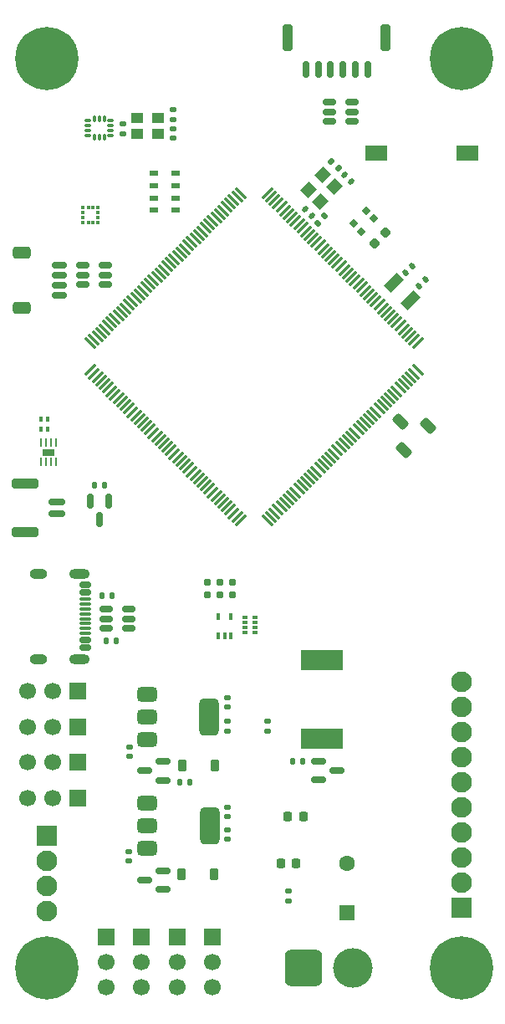
<source format=gbr>
%TF.GenerationSoftware,KiCad,Pcbnew,9.0.1*%
%TF.CreationDate,2025-05-10T22:35:42-04:00*%
%TF.ProjectId,CRVFCU,43525646-4355-42e6-9b69-6361645f7063,rev?*%
%TF.SameCoordinates,Original*%
%TF.FileFunction,Soldermask,Top*%
%TF.FilePolarity,Negative*%
%FSLAX46Y46*%
G04 Gerber Fmt 4.6, Leading zero omitted, Abs format (unit mm)*
G04 Created by KiCad (PCBNEW 9.0.1) date 2025-05-10 22:35:42*
%MOMM*%
%LPD*%
G01*
G04 APERTURE LIST*
G04 Aperture macros list*
%AMRoundRect*
0 Rectangle with rounded corners*
0 $1 Rounding radius*
0 $2 $3 $4 $5 $6 $7 $8 $9 X,Y pos of 4 corners*
0 Add a 4 corners polygon primitive as box body*
4,1,4,$2,$3,$4,$5,$6,$7,$8,$9,$2,$3,0*
0 Add four circle primitives for the rounded corners*
1,1,$1+$1,$2,$3*
1,1,$1+$1,$4,$5*
1,1,$1+$1,$6,$7*
1,1,$1+$1,$8,$9*
0 Add four rect primitives between the rounded corners*
20,1,$1+$1,$2,$3,$4,$5,0*
20,1,$1+$1,$4,$5,$6,$7,0*
20,1,$1+$1,$6,$7,$8,$9,0*
20,1,$1+$1,$8,$9,$2,$3,0*%
%AMRotRect*
0 Rectangle, with rotation*
0 The origin of the aperture is its center*
0 $1 length*
0 $2 width*
0 $3 Rotation angle, in degrees counterclockwise*
0 Add horizontal line*
21,1,$1,$2,0,0,$3*%
G04 Aperture macros list end*
%ADD10R,4.200000X2.000000*%
%ADD11RoundRect,0.218750X-0.218750X-0.256250X0.218750X-0.256250X0.218750X0.256250X-0.218750X0.256250X0*%
%ADD12R,1.600000X1.600000*%
%ADD13C,1.600000*%
%ADD14RoundRect,0.760000X-1.140000X-1.140000X1.140000X-1.140000X1.140000X1.140000X-1.140000X1.140000X0*%
%ADD15C,4.000000*%
%ADD16RoundRect,0.140000X0.170000X-0.140000X0.170000X0.140000X-0.170000X0.140000X-0.170000X-0.140000X0*%
%ADD17RoundRect,0.250001X0.799999X-0.799999X0.799999X0.799999X-0.799999X0.799999X-0.799999X-0.799999X0*%
%ADD18C,2.100000*%
%ADD19RoundRect,0.150000X0.587500X0.150000X-0.587500X0.150000X-0.587500X-0.150000X0.587500X-0.150000X0*%
%ADD20RoundRect,0.100000X0.100000X-0.225000X0.100000X0.225000X-0.100000X0.225000X-0.100000X-0.225000X0*%
%ADD21C,0.787400*%
%ADD22R,0.500000X0.400000*%
%ADD23R,0.500000X0.300000*%
%ADD24C,6.400000*%
%ADD25RotRect,1.000000X1.800000X315.000000*%
%ADD26RoundRect,0.150000X-0.512500X-0.150000X0.512500X-0.150000X0.512500X0.150000X-0.512500X0.150000X0*%
%ADD27RotRect,1.300000X1.100000X225.000000*%
%ADD28RoundRect,0.140000X-0.219203X-0.021213X-0.021213X-0.219203X0.219203X0.021213X0.021213X0.219203X0*%
%ADD29RoundRect,0.140000X0.021213X-0.219203X0.219203X-0.021213X-0.021213X0.219203X-0.219203X0.021213X0*%
%ADD30RoundRect,0.150000X-0.425000X0.150000X-0.425000X-0.150000X0.425000X-0.150000X0.425000X0.150000X0*%
%ADD31RoundRect,0.075000X-0.500000X0.075000X-0.500000X-0.075000X0.500000X-0.075000X0.500000X0.075000X0*%
%ADD32O,2.100000X1.000000*%
%ADD33O,1.800000X1.000000*%
%ADD34RoundRect,0.135000X-0.226274X-0.035355X-0.035355X-0.226274X0.226274X0.035355X0.035355X0.226274X0*%
%ADD35RoundRect,0.135000X0.035355X-0.226274X0.226274X-0.035355X-0.035355X0.226274X-0.226274X0.035355X0*%
%ADD36RoundRect,0.135000X0.135000X0.185000X-0.135000X0.185000X-0.135000X-0.185000X0.135000X-0.185000X0*%
%ADD37RoundRect,0.075000X0.424264X0.530330X-0.530330X-0.424264X-0.424264X-0.530330X0.530330X0.424264X0*%
%ADD38RoundRect,0.075000X-0.424264X0.530330X-0.530330X0.424264X0.424264X-0.530330X0.530330X-0.424264X0*%
%ADD39R,2.180000X1.600000*%
%ADD40RoundRect,0.250000X0.212132X-0.565685X0.565685X-0.212132X-0.212132X0.565685X-0.565685X0.212132X0*%
%ADD41RoundRect,0.375000X-0.625000X-0.375000X0.625000X-0.375000X0.625000X0.375000X-0.625000X0.375000X0*%
%ADD42RoundRect,0.500000X-0.500000X-1.400000X0.500000X-1.400000X0.500000X1.400000X-0.500000X1.400000X0*%
%ADD43RoundRect,0.140000X-0.170000X0.140000X-0.170000X-0.140000X0.170000X-0.140000X0.170000X0.140000X0*%
%ADD44RoundRect,0.225000X-0.225000X-0.375000X0.225000X-0.375000X0.225000X0.375000X-0.225000X0.375000X0*%
%ADD45RoundRect,0.135000X-0.135000X-0.185000X0.135000X-0.185000X0.135000X0.185000X-0.135000X0.185000X0*%
%ADD46RotRect,0.700000X0.700000X45.000000*%
%ADD47RoundRect,0.250001X-0.799999X0.799999X-0.799999X-0.799999X0.799999X-0.799999X0.799999X0.799999X0*%
%ADD48R,1.700000X1.700000*%
%ADD49C,1.700000*%
%ADD50R,1.300000X1.100000*%
%ADD51RoundRect,0.150000X-0.700000X0.150000X-0.700000X-0.150000X0.700000X-0.150000X0.700000X0.150000X0*%
%ADD52RoundRect,0.250000X-1.100000X0.250000X-1.100000X-0.250000X1.100000X-0.250000X1.100000X0.250000X0*%
%ADD53RoundRect,0.062500X0.062500X-0.325000X0.062500X0.325000X-0.062500X0.325000X-0.062500X-0.325000X0*%
%ADD54R,1.200000X0.800000*%
%ADD55RoundRect,0.087500X-0.225000X-0.087500X0.225000X-0.087500X0.225000X0.087500X-0.225000X0.087500X0*%
%ADD56RoundRect,0.087500X-0.087500X-0.225000X0.087500X-0.225000X0.087500X0.225000X-0.087500X0.225000X0*%
%ADD57R,0.375000X0.350000*%
%ADD58R,0.350000X0.375000*%
%ADD59R,0.950000X0.550000*%
%ADD60RoundRect,0.150000X-0.625000X0.150000X-0.625000X-0.150000X0.625000X-0.150000X0.625000X0.150000X0*%
%ADD61RoundRect,0.250000X-0.650000X0.350000X-0.650000X-0.350000X0.650000X-0.350000X0.650000X0.350000X0*%
%ADD62RoundRect,0.150000X0.150000X0.700000X-0.150000X0.700000X-0.150000X-0.700000X0.150000X-0.700000X0*%
%ADD63RoundRect,0.250000X0.250000X1.100000X-0.250000X1.100000X-0.250000X-1.100000X0.250000X-1.100000X0*%
%ADD64RoundRect,0.135000X-0.185000X0.135000X-0.185000X-0.135000X0.185000X-0.135000X0.185000X0.135000X0*%
%ADD65RoundRect,0.135000X0.185000X-0.135000X0.185000X0.135000X-0.185000X0.135000X-0.185000X-0.135000X0*%
%ADD66R,0.400000X0.500000*%
%ADD67RoundRect,0.150000X-0.150000X0.587500X-0.150000X-0.587500X0.150000X-0.587500X0.150000X0.587500X0*%
%ADD68RoundRect,0.150000X-0.587500X-0.150000X0.587500X-0.150000X0.587500X0.150000X-0.587500X0.150000X0*%
%ADD69RoundRect,0.218750X-0.026517X0.335876X-0.335876X0.026517X0.026517X-0.335876X0.335876X-0.026517X0*%
G04 APERTURE END LIST*
D10*
%TO.C,BZ1*%
X71900000Y-84800000D03*
X71900000Y-92800000D03*
%TD*%
D11*
%TO.C,5V_PWR1*%
X68402500Y-100710000D03*
X69977500Y-100710000D03*
%TD*%
%TO.C,3V3_PWR1*%
X67715000Y-105400000D03*
X69290000Y-105400000D03*
%TD*%
D12*
%TO.C,C1*%
X74400000Y-110402651D03*
D13*
X74400000Y-105402651D03*
%TD*%
D14*
%TO.C,BATT1*%
X70000000Y-116000000D03*
D15*
X75000000Y-116000000D03*
%TD*%
D16*
%TO.C,C2*%
X68500000Y-109180000D03*
X68500000Y-108220000D03*
%TD*%
D17*
%TO.C,PYRO_TERM1*%
X86000000Y-109860000D03*
D18*
X86000000Y-107320000D03*
X86000000Y-104780000D03*
X86000000Y-102240000D03*
X86000000Y-99700000D03*
X86000000Y-97160000D03*
X86000000Y-94620000D03*
X86000000Y-92080000D03*
X86000000Y-89540000D03*
X86000000Y-87000000D03*
%TD*%
D19*
%TO.C,Q3*%
X55800002Y-97000000D03*
X55800002Y-95100000D03*
X53925002Y-96050000D03*
%TD*%
D20*
%TO.C,U12*%
X61370000Y-82350000D03*
X62020000Y-82350000D03*
X62670000Y-82350000D03*
X62670000Y-80450000D03*
X61370000Y-80450000D03*
%TD*%
D21*
%TO.C,J1*%
X62820000Y-77000000D03*
X62820000Y-78270000D03*
X61550000Y-77000000D03*
X61550000Y-78270000D03*
X60280000Y-77000000D03*
X60280000Y-78270000D03*
%TD*%
D22*
%TO.C,R1*%
X65070000Y-82050000D03*
D23*
X65070000Y-81550000D03*
X65070000Y-81050000D03*
D22*
X65070000Y-80550000D03*
X64070000Y-80550000D03*
D23*
X64070000Y-81050000D03*
X64070000Y-81550000D03*
D22*
X64070000Y-82050000D03*
%TD*%
D24*
%TO.C,H2*%
X86000000Y-24000000D03*
%TD*%
%TO.C,H3*%
X44000000Y-24000000D03*
%TD*%
D25*
%TO.C,Y1*%
X80894811Y-48419654D03*
X79127045Y-46651888D03*
%TD*%
D26*
%TO.C,U14*%
X50050001Y-79700000D03*
X50050001Y-80650000D03*
X50050001Y-81600000D03*
X52325001Y-81600000D03*
X52325001Y-80650000D03*
X52325001Y-79700000D03*
%TD*%
D27*
%TO.C,Y4*%
X72000000Y-35750000D03*
X70515076Y-37234924D03*
X71681802Y-38401650D03*
X73166726Y-36916726D03*
%TD*%
D28*
%TO.C,C41*%
X70210801Y-39210487D03*
X70889623Y-39889309D03*
%TD*%
D29*
%TO.C,C37*%
X80339105Y-45621593D03*
X81017927Y-44942771D03*
%TD*%
%TO.C,C38*%
X81732106Y-47014592D03*
X82410928Y-46335770D03*
%TD*%
D28*
%TO.C,C50*%
X74174140Y-35709064D03*
X74852962Y-36387886D03*
%TD*%
D30*
%TO.C,J3*%
X47930000Y-77200000D03*
X47930000Y-78000000D03*
D31*
X47930000Y-79150000D03*
X47930000Y-80150000D03*
X47930000Y-80650000D03*
X47930000Y-81650000D03*
D30*
X47930000Y-82800000D03*
X47930000Y-83600000D03*
X47930000Y-83600000D03*
X47930000Y-82800000D03*
D31*
X47930000Y-82150000D03*
X47930000Y-81150000D03*
X47930000Y-79650000D03*
X47930000Y-78650000D03*
D30*
X47930000Y-78000000D03*
X47930000Y-77200000D03*
D32*
X47355000Y-76080000D03*
D33*
X43175000Y-76080000D03*
D32*
X47355000Y-84720000D03*
D33*
X43175000Y-84720000D03*
%TD*%
D34*
%TO.C,R9*%
X72813551Y-34348475D03*
X73534799Y-35069723D03*
%TD*%
D35*
%TO.C,R8*%
X71439376Y-40610624D03*
X72160624Y-39889376D03*
%TD*%
D36*
%TO.C,R17*%
X51060000Y-82900000D03*
X50040000Y-82900000D03*
%TD*%
%TO.C,R13*%
X50610000Y-78300000D03*
X49590000Y-78300000D03*
%TD*%
D37*
%TO.C,U2*%
X81574903Y-52774590D03*
X81221350Y-52421037D03*
X80867797Y-52067484D03*
X80514243Y-51713930D03*
X80160690Y-51360377D03*
X79807136Y-51006823D03*
X79453583Y-50653270D03*
X79100030Y-50299717D03*
X78746476Y-49946163D03*
X78392923Y-49592610D03*
X78039369Y-49239057D03*
X77685816Y-48885503D03*
X77332263Y-48531950D03*
X76978709Y-48178396D03*
X76625156Y-47824843D03*
X76271602Y-47471290D03*
X75918049Y-47117736D03*
X75564496Y-46764183D03*
X75210942Y-46410629D03*
X74857389Y-46057076D03*
X74503836Y-45703523D03*
X74150282Y-45349969D03*
X73796729Y-44996416D03*
X73443175Y-44642862D03*
X73089622Y-44289309D03*
X72736069Y-43935756D03*
X72382515Y-43582202D03*
X72028962Y-43228649D03*
X71675408Y-42875096D03*
X71321855Y-42521542D03*
X70968302Y-42167989D03*
X70614748Y-41814435D03*
X70261195Y-41460882D03*
X69907641Y-41107329D03*
X69554088Y-40753775D03*
X69200535Y-40400222D03*
X68846981Y-40046668D03*
X68493428Y-39693115D03*
X68139875Y-39339562D03*
X67786321Y-38986008D03*
X67432768Y-38632455D03*
X67079214Y-38278901D03*
X66725661Y-37925348D03*
X66372108Y-37571795D03*
D38*
X63649746Y-37571795D03*
X63296193Y-37925348D03*
X62942640Y-38278901D03*
X62589086Y-38632455D03*
X62235533Y-38986008D03*
X61881979Y-39339562D03*
X61528426Y-39693115D03*
X61174873Y-40046668D03*
X60821319Y-40400222D03*
X60467766Y-40753775D03*
X60114213Y-41107329D03*
X59760659Y-41460882D03*
X59407106Y-41814435D03*
X59053552Y-42167989D03*
X58699999Y-42521542D03*
X58346446Y-42875096D03*
X57992892Y-43228649D03*
X57639339Y-43582202D03*
X57285785Y-43935756D03*
X56932232Y-44289309D03*
X56578679Y-44642862D03*
X56225125Y-44996416D03*
X55871572Y-45349969D03*
X55518018Y-45703523D03*
X55164465Y-46057076D03*
X54810912Y-46410629D03*
X54457358Y-46764183D03*
X54103805Y-47117736D03*
X53750252Y-47471290D03*
X53396698Y-47824843D03*
X53043145Y-48178396D03*
X52689591Y-48531950D03*
X52336038Y-48885503D03*
X51982485Y-49239057D03*
X51628931Y-49592610D03*
X51275378Y-49946163D03*
X50921824Y-50299717D03*
X50568271Y-50653270D03*
X50214718Y-51006823D03*
X49861164Y-51360377D03*
X49507611Y-51713930D03*
X49154057Y-52067484D03*
X48800504Y-52421037D03*
X48446951Y-52774590D03*
D37*
X48446951Y-55496952D03*
X48800504Y-55850505D03*
X49154057Y-56204058D03*
X49507611Y-56557612D03*
X49861164Y-56911165D03*
X50214718Y-57264719D03*
X50568271Y-57618272D03*
X50921824Y-57971825D03*
X51275378Y-58325379D03*
X51628931Y-58678932D03*
X51982485Y-59032485D03*
X52336038Y-59386039D03*
X52689591Y-59739592D03*
X53043145Y-60093146D03*
X53396698Y-60446699D03*
X53750252Y-60800252D03*
X54103805Y-61153806D03*
X54457358Y-61507359D03*
X54810912Y-61860913D03*
X55164465Y-62214466D03*
X55518018Y-62568019D03*
X55871572Y-62921573D03*
X56225125Y-63275126D03*
X56578679Y-63628680D03*
X56932232Y-63982233D03*
X57285785Y-64335786D03*
X57639339Y-64689340D03*
X57992892Y-65042893D03*
X58346446Y-65396446D03*
X58699999Y-65750000D03*
X59053552Y-66103553D03*
X59407106Y-66457107D03*
X59760659Y-66810660D03*
X60114213Y-67164213D03*
X60467766Y-67517767D03*
X60821319Y-67871320D03*
X61174873Y-68224874D03*
X61528426Y-68578427D03*
X61881979Y-68931980D03*
X62235533Y-69285534D03*
X62589086Y-69639087D03*
X62942640Y-69992641D03*
X63296193Y-70346194D03*
X63649746Y-70699747D03*
D38*
X66372108Y-70699747D03*
X66725661Y-70346194D03*
X67079214Y-69992641D03*
X67432768Y-69639087D03*
X67786321Y-69285534D03*
X68139875Y-68931980D03*
X68493428Y-68578427D03*
X68846981Y-68224874D03*
X69200535Y-67871320D03*
X69554088Y-67517767D03*
X69907641Y-67164213D03*
X70261195Y-66810660D03*
X70614748Y-66457107D03*
X70968302Y-66103553D03*
X71321855Y-65750000D03*
X71675408Y-65396446D03*
X72028962Y-65042893D03*
X72382515Y-64689340D03*
X72736069Y-64335786D03*
X73089622Y-63982233D03*
X73443175Y-63628680D03*
X73796729Y-63275126D03*
X74150282Y-62921573D03*
X74503836Y-62568019D03*
X74857389Y-62214466D03*
X75210942Y-61860913D03*
X75564496Y-61507359D03*
X75918049Y-61153806D03*
X76271602Y-60800252D03*
X76625156Y-60446699D03*
X76978709Y-60093146D03*
X77332263Y-59739592D03*
X77685816Y-59386039D03*
X78039369Y-59032485D03*
X78392923Y-58678932D03*
X78746476Y-58325379D03*
X79100030Y-57971825D03*
X79453583Y-57618272D03*
X79807136Y-57264719D03*
X80160690Y-56911165D03*
X80514243Y-56557612D03*
X80867797Y-56204058D03*
X81221350Y-55850505D03*
X81574903Y-55496952D03*
%TD*%
D39*
%TO.C,SW1*%
X86590000Y-33500000D03*
X77410000Y-33500000D03*
%TD*%
D40*
%TO.C,SW2*%
X80188909Y-63613783D03*
X79800000Y-60750000D03*
X82663783Y-61138909D03*
%TD*%
D41*
%TO.C,U7*%
X54200001Y-99300000D03*
X54200001Y-101600000D03*
D42*
X60500001Y-101600000D03*
D41*
X54200001Y-103900000D03*
%TD*%
D43*
%TO.C,C4*%
X52400002Y-93640000D03*
X52400002Y-94600000D03*
%TD*%
D16*
%TO.C,C5*%
X62300002Y-89580000D03*
X62300002Y-88620000D03*
%TD*%
D43*
%TO.C,C9*%
X62300000Y-102020000D03*
X62300000Y-102980000D03*
%TD*%
D16*
%TO.C,C8*%
X62300000Y-100680000D03*
X62300000Y-99720000D03*
%TD*%
D43*
%TO.C,C6*%
X62300002Y-91040000D03*
X62300002Y-92000000D03*
%TD*%
%TO.C,C7*%
X52300000Y-104220000D03*
X52300000Y-105180000D03*
%TD*%
D44*
%TO.C,D1*%
X57750002Y-95500000D03*
X61050002Y-95500000D03*
%TD*%
%TO.C,D2*%
X57650000Y-106500000D03*
X60950000Y-106500000D03*
%TD*%
D45*
%TO.C,R2*%
X57500001Y-97200000D03*
X58520001Y-97200000D03*
%TD*%
D41*
%TO.C,U6*%
X54150002Y-88300000D03*
X54150002Y-90600000D03*
D42*
X60450002Y-90600000D03*
D41*
X54150002Y-92900000D03*
%TD*%
D46*
%TO.C,NEOPIX1*%
X75091422Y-40670711D03*
X75869239Y-41448528D03*
X77163244Y-40154523D03*
X76385427Y-39376706D03*
%TD*%
D47*
%TO.C,ARM1*%
X44000000Y-102580000D03*
D18*
X44000000Y-105120000D03*
X44000000Y-107660000D03*
X44000000Y-110200000D03*
%TD*%
D24*
%TO.C,H4*%
X86000000Y-116000000D03*
%TD*%
%TO.C,H1*%
X44000000Y-116000000D03*
%TD*%
D48*
%TO.C,PWM0*%
X47140000Y-88000001D03*
D49*
X44600000Y-88000001D03*
X42060000Y-88000001D03*
%TD*%
D48*
%TO.C,PWM3*%
X47140000Y-98800000D03*
D49*
X44600000Y-98800000D03*
X42060000Y-98800000D03*
%TD*%
D48*
%TO.C,PWM2*%
X47140000Y-95200000D03*
D49*
X44600000Y-95200000D03*
X42060000Y-95200000D03*
%TD*%
D48*
%TO.C,PWM1*%
X47140000Y-91600000D03*
D49*
X44600000Y-91600000D03*
X42060000Y-91600000D03*
%TD*%
D50*
%TO.C,Y3*%
X55300000Y-29940001D03*
X53200000Y-29940001D03*
X53200000Y-31590001D03*
X55300000Y-31590001D03*
%TD*%
D51*
%TO.C,VIDEO1*%
X45050000Y-68800000D03*
X45050000Y-70050000D03*
D52*
X41850000Y-66950000D03*
X41850000Y-71900000D03*
%TD*%
D53*
%TO.C,U15*%
X43450000Y-64787501D03*
X43950000Y-64787501D03*
X44450000Y-64787501D03*
X44950000Y-64787501D03*
X44950000Y-62812501D03*
X44450000Y-62812501D03*
X43950000Y-62812501D03*
X43450000Y-62812501D03*
D54*
X44200000Y-63800001D03*
%TD*%
D26*
%TO.C,U9*%
X72637499Y-28399999D03*
X72637499Y-29349999D03*
X72637499Y-30299999D03*
X74912499Y-30299999D03*
X74912499Y-29349999D03*
X74912499Y-28399999D03*
%TD*%
D55*
%TO.C,U4*%
X48175000Y-30250000D03*
X48175000Y-30750000D03*
X48175000Y-31250000D03*
X48175000Y-31750000D03*
D56*
X48837500Y-31912500D03*
X49337500Y-31912500D03*
X49837500Y-31912500D03*
D55*
X50500000Y-31750000D03*
X50500000Y-31250000D03*
X50500000Y-30750000D03*
X50500000Y-30250000D03*
D56*
X49837500Y-30087500D03*
X49337500Y-30087500D03*
X48837500Y-30087500D03*
%TD*%
D57*
%TO.C,U3*%
X47705000Y-39050000D03*
X47705000Y-39550000D03*
X47705000Y-40050000D03*
X47705000Y-40550000D03*
D58*
X48217500Y-40562500D03*
X48717500Y-40562500D03*
D57*
X49230000Y-40550000D03*
X49230000Y-40050000D03*
X49230000Y-39550000D03*
X49230000Y-39050000D03*
D58*
X48717500Y-39037500D03*
X48217500Y-39037500D03*
%TD*%
D59*
%TO.C,U1*%
X54875000Y-35575000D03*
X54875000Y-36825000D03*
X54875000Y-38075000D03*
X54875000Y-39325000D03*
X57025000Y-39325000D03*
X57025000Y-38075000D03*
X57025000Y-36825000D03*
X57025000Y-35575000D03*
%TD*%
D60*
%TO.C,STEMMA_QT1*%
X45324998Y-44900000D03*
X45324998Y-45900000D03*
X45324998Y-46900000D03*
X45324998Y-47900000D03*
D61*
X41449998Y-43600000D03*
X41449998Y-49200000D03*
%TD*%
D62*
%TO.C,RADIO_5VPWR_3V3IO1*%
X76499999Y-25050000D03*
X75249999Y-25050000D03*
X73999999Y-25050000D03*
X72749999Y-25050000D03*
X71499999Y-25050000D03*
X70249999Y-25050000D03*
D63*
X78349999Y-21850000D03*
X68399999Y-21850000D03*
%TD*%
D36*
%TO.C,R45*%
X49869999Y-67150000D03*
X48849999Y-67150000D03*
%TD*%
D45*
%TO.C,R41*%
X68940000Y-95050000D03*
X69960000Y-95050000D03*
%TD*%
D64*
%TO.C,R40*%
X66400000Y-91040000D03*
X66400000Y-92060000D03*
%TD*%
D65*
%TO.C,R18*%
X51700000Y-31550001D03*
X51700000Y-30530001D03*
%TD*%
D66*
%TO.C,R15*%
X44100000Y-60480833D03*
X43400000Y-60480833D03*
X43400000Y-61480833D03*
X44100000Y-61480833D03*
%TD*%
D64*
%TO.C,R7*%
X56800000Y-29130001D03*
X56800000Y-30150001D03*
%TD*%
D19*
%TO.C,Q6*%
X55800000Y-108050000D03*
X55800000Y-106150000D03*
X53925000Y-107100000D03*
%TD*%
D67*
%TO.C,Q5*%
X50300000Y-68775000D03*
X48400000Y-68775000D03*
X49350000Y-70650000D03*
%TD*%
D68*
%TO.C,Q4*%
X71550000Y-95050000D03*
X71550000Y-96950000D03*
X73425000Y-96000000D03*
%TD*%
D48*
%TO.C,PWM7*%
X60799999Y-112900000D03*
D49*
X60799999Y-115440000D03*
X60799999Y-117980000D03*
%TD*%
D48*
%TO.C,PWM6*%
X57200000Y-112900000D03*
D49*
X57200000Y-115440000D03*
X57200000Y-117980000D03*
%TD*%
D48*
%TO.C,PWM5*%
X53600001Y-112900000D03*
D49*
X53600001Y-115440000D03*
X53600001Y-117980000D03*
%TD*%
D48*
%TO.C,PWM4*%
X50000000Y-112900000D03*
D49*
X50000000Y-115440000D03*
X50000000Y-117980000D03*
%TD*%
D69*
%TO.C,LED1*%
X78350000Y-41550000D03*
X77236306Y-42663694D03*
%TD*%
D43*
%TO.C,C49*%
X56800000Y-31050000D03*
X56800000Y-32010000D03*
%TD*%
D26*
%TO.C,U13*%
X47700000Y-44900000D03*
X47700000Y-45850000D03*
X47700000Y-46800000D03*
X49975000Y-46800000D03*
X49975000Y-45850000D03*
X49975000Y-44900000D03*
%TD*%
M02*

</source>
